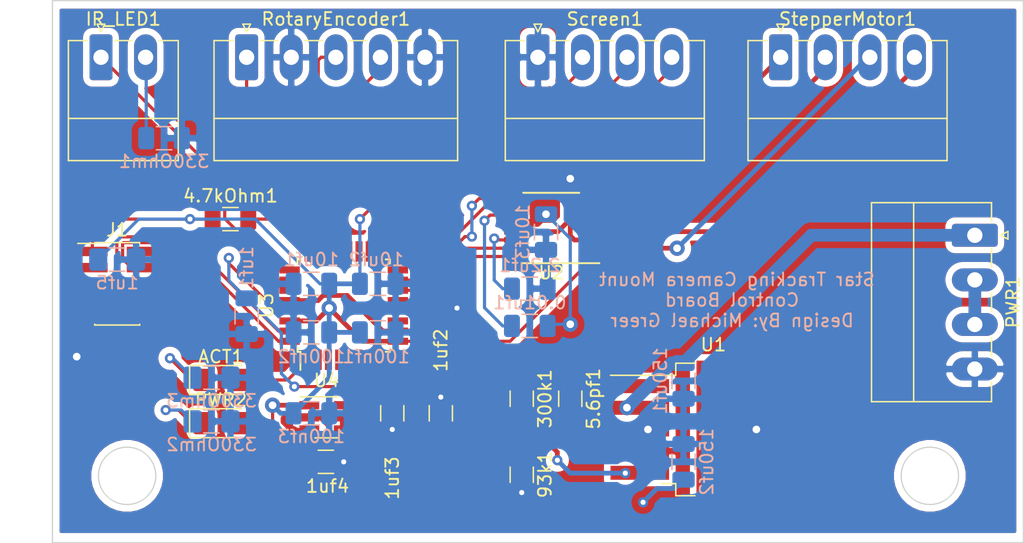
<source format=kicad_pcb>
(kicad_pcb (version 20171130) (host pcbnew 5.1.4-e60b266~84~ubuntu18.04.1)
  (layers (0 F.Cu signal) (31 B.Cu signal) (34 B.Paste user) (35 F.Paste user) (36 B.SilkS user) (37 F.SilkS user) (38 B.Mask user) (39 F.Mask user) (44 Edge.Cuts user))
  (net 0 "")
  (net 1 3V8)
  (net 2 "Net-(0.01uf1-Pad2)")
  (net 3 3V3)
  (net 4 GND)
  (net 5 Vin)
  (net 6 1V8)
  (net 7 "Net-(2.2uf1-Pad2)")
  (net 8 "Net-(330Ohm1-Pad1)")
  (net 9 BTN)
  (net 10 IR_Led)
  (net 11 SWDIO)
  (net 12 SWCLK)
  (net 13 "Net-(J1-Pad6)")
  (net 14 "Net-(J1-Pad7)")
  (net 15 "Net-(J1-Pad8)")
  (net 16 -rst)
  (net 17 "Net-(PWR1-Pad2)")
  (net 18 ROTCH1)
  (net 19 ROTCH2)
  (net 20 SDA)
  (net 21 SCL)
  (net 22 AOUT1)
  (net 23 AOUT2)
  (net 24 BOUT2)
  (net 25 BOUT1)
  (net 26 nFault)
  (net 27 BIN1)
  (net 28 BIN2)
  (net 29 AIN2)
  (net 30 AIN1)
  (net 31 "Net-(U3-Pad2)")
  (net 32 "Net-(U3-Pad3)")
  (net 33 "Net-(U3-Pad4)")
  (net 34 "Net-(U3-Pad5)")
  (net 35 "Net-(U3-Pad6)")
  (net 36 "Net-(U3-Pad7)")
  (net 37 "Net-(U3-Pad8)")
  (net 38 "Net-(U3-Pad11)")
  (net 39 "Net-(U3-Pad16)")
  (net 40 "Net-(U3-Pad19)")
  (net 41 "Net-(U3-Pad20)")
  (net 42 "Net-(U3-Pad21)")
  (net 43 "Net-(U3-Pad27)")
  (net 44 "Net-(330Ohm2-Pad1)")
  (net 45 "Net-(330Ohm3-Pad1)")
  (net 46 ACT)
  (net 47 "Net-(300k1-Pad2)")
  (module Capacitor_SMD:C_1206_3216Metric (layer B.Cu) (at 141.602 78.232 180)
    (fp_text reference 0.01uf1 (at 0 1.82) (layer B.SilkS) (effects (justify mirror)))
    (fp_text value C)
    (pad 1 smd roundrect (at -1.4 0 180) (size 1.25 1.75) (layers B.Cu B.Paste B.Mask) (roundrect_rratio 0.2) (net 1 3V8))
    (pad 2 smd roundrect (at 1.4 0 180) (size 1.25 1.75) (layers B.Cu B.Paste B.Mask) (roundrect_rratio 0.2) (net 2 "Net-(0.01uf1-Pad2)"))
  )
  (module Capacitor_SMD:C_1206_3216Metric (layer B.Cu) (at 129.67 78.74)
    (fp_text reference 100nf1 (at -0.13 1.905) (layer B.SilkS) (effects (justify mirror)))
    (fp_text value C)
    (pad 1 smd roundrect (at -1.4 0) (size 1.25 1.75) (layers B.Cu B.Paste B.Mask) (roundrect_rratio 0.2) (net 3 3V3))
    (pad 2 smd roundrect (at 1.4 0) (size 1.25 1.75) (layers B.Cu B.Paste B.Mask) (roundrect_rratio 0.2) (net 4 GND))
  )
  (module Capacitor_SMD:C_1206_3216Metric (layer B.Cu) (at 124.46 78.74 180)
    (fp_text reference 100nf2 (at 0 -1.905) (layer B.SilkS) (effects (justify mirror)))
    (fp_text value C)
    (pad 2 smd roundrect (at 1.4 0 180) (size 1.25 1.75) (layers B.Cu B.Paste B.Mask) (roundrect_rratio 0.2) (net 4 GND))
    (pad 1 smd roundrect (at -1.4 0 180) (size 1.25 1.75) (layers B.Cu B.Paste B.Mask) (roundrect_rratio 0.2) (net 3 3V3))
  )
  (module Capacitor_SMD:C_1206_3216Metric (layer B.Cu) (at 124.46 85.09)
    (fp_text reference 100nf3 (at 0 1.82) (layer B.SilkS) (effects (justify mirror)))
    (fp_text value C)
    (pad 1 smd roundrect (at -1.4 0) (size 1.25 1.75) (layers B.Cu B.Paste B.Mask) (roundrect_rratio 0.2) (net 3 3V3))
    (pad 2 smd roundrect (at 1.4 0) (size 1.25 1.75) (layers B.Cu B.Paste B.Mask) (roundrect_rratio 0.2) (net 4 GND))
  )
  (module Capacitor_SMD:C_1206_3216Metric (layer B.Cu) (at 124.46 74.93 180)
    (fp_text reference 10uf1 (at 0 1.905) (layer B.SilkS) (effects (justify mirror)))
    (fp_text value C)
    (pad 2 smd roundrect (at 1.4 0 180) (size 1.25 1.75) (layers B.Cu B.Paste B.Mask) (roundrect_rratio 0.2) (net 4 GND))
    (pad 1 smd roundrect (at -1.4 0 180) (size 1.25 1.75) (layers B.Cu B.Paste B.Mask) (roundrect_rratio 0.2) (net 3 3V3))
  )
  (module Capacitor_SMD:C_1206_3216Metric (layer B.Cu) (at 129.67 74.93)
    (fp_text reference 10uf2 (at -0.13 -1.905) (layer B.SilkS) (effects (justify mirror)))
    (fp_text value C)
    (pad 1 smd roundrect (at -1.4 0) (size 1.25 1.75) (layers B.Cu B.Paste B.Mask) (roundrect_rratio 0.2) (net 3 3V3))
    (pad 2 smd roundrect (at 1.4 0) (size 1.25 1.75) (layers B.Cu B.Paste B.Mask) (roundrect_rratio 0.2) (net 4 GND))
  )
  (module Capacitor_SMD:C_1206_3216Metric (layer B.Cu) (at 142.875 70.866 270)
    (fp_text reference 10uf3 (at 0 1.82 90) (layer B.SilkS) (effects (justify mirror)))
    (fp_text value C)
    (pad 1 smd roundrect (at -1.4 0 270) (size 1.25 1.75) (layers B.Cu B.Paste B.Mask) (roundrect_rratio 0.2) (net 1 3V8))
    (pad 2 smd roundrect (at 1.4 0 270) (size 1.25 1.75) (layers B.Cu B.Paste B.Mask) (roundrect_rratio 0.2) (net 4 GND))
  )
  (module Capacitor_SMD:C_1206_3216Metric (layer B.Cu) (at 153.67 82.55 270)
    (fp_text reference 150uf1 (at 0 1.82 90) (layer B.SilkS) (effects (justify mirror)))
    (fp_text value C)
    (pad 2 smd roundrect (at 1.4 0 270) (size 1.25 1.75) (layers B.Cu B.Paste B.Mask) (roundrect_rratio 0.2) (net 4 GND))
    (pad 1 smd roundrect (at -1.4 0 270) (size 1.25 1.75) (layers B.Cu B.Paste B.Mask) (roundrect_rratio 0.2) (net 5 Vin))
  )
  (module Capacitor_SMD:C_1206_3216Metric (layer B.Cu) (at 153.67 88.9 90)
    (fp_text reference 150uf2 (at 0 1.82 90) (layer B.SilkS) (effects (justify mirror)))
    (fp_text value C)
    (pad 1 smd roundrect (at -1.4 0 90) (size 1.25 1.75) (layers B.Cu B.Paste B.Mask) (roundrect_rratio 0.2) (net 1 3V8))
    (pad 2 smd roundrect (at 1.4 0 90) (size 1.25 1.75) (layers B.Cu B.Paste B.Mask) (roundrect_rratio 0.2) (net 4 GND))
  )
  (module Capacitor_SMD:C_1206_3216Metric (layer B.Cu) (at 119.38 77.47 270)
    (fp_text reference 1uf1 (at -3.81 0 270) (layer B.SilkS) (effects (justify mirror)))
    (fp_text value C)
    (pad 2 smd roundrect (at 1.4 0 270) (size 1.25 1.75) (layers B.Cu B.Paste B.Mask) (roundrect_rratio 0.2) (net 4 GND))
    (pad 1 smd roundrect (at -1.4 0 270) (size 1.25 1.75) (layers B.Cu B.Paste B.Mask) (roundrect_rratio 0.2) (net 6 1V8))
  )
  (module Capacitor_SMD:C_1206_3216Metric (layer F.Cu) (at 134.62 85.09 90)
    (fp_text reference 1uf2 (at 4.95 0 90) (layer F.SilkS))
    (fp_text value C)
    (pad 2 smd roundrect (at 1.4 0 90) (size 1.25 1.75) (layers F.Cu F.Paste F.Mask) (roundrect_rratio 0.2) (net 4 GND))
    (pad 1 smd roundrect (at -1.4 0 90) (size 1.25 1.75) (layers F.Cu F.Paste F.Mask) (roundrect_rratio 0.2) (net 1 3V8))
  )
  (module Capacitor_SMD:C_1206_3216Metric (layer F.Cu) (at 130.81 85.09 270)
    (fp_text reference 1uf3 (at 5.08 0 90) (layer F.SilkS))
    (fp_text value C)
    (pad 1 smd roundrect (at -1.4 0 270) (size 1.25 1.75) (layers F.Cu F.Paste F.Mask) (roundrect_rratio 0.2) (net 6 1V8))
    (pad 2 smd roundrect (at 1.4 0 270) (size 1.25 1.75) (layers F.Cu F.Paste F.Mask) (roundrect_rratio 0.2) (net 4 GND))
  )
  (module Capacitor_SMD:C_1206_3216Metric (layer F.Cu) (at 125.6 88.9)
    (fp_text reference 1uf4 (at 0.13 1.905) (layer F.SilkS))
    (fp_text value C)
    (pad 2 smd roundrect (at 1.4 0) (size 1.25 1.75) (layers F.Cu F.Paste F.Mask) (roundrect_rratio 0.2) (net 4 GND))
    (pad 1 smd roundrect (at -1.4 0) (size 1.25 1.75) (layers F.Cu F.Paste F.Mask) (roundrect_rratio 0.2) (net 3 3V3))
  )
  (module Capacitor_SMD:C_1206_3216Metric (layer B.Cu) (at 141.605 75.311 180)
    (fp_text reference 2.2uf1 (at 0 1.82 180) (layer B.SilkS) (effects (justify mirror)))
    (fp_text value C)
    (pad 2 smd roundrect (at 1.4 0 180) (size 1.25 1.75) (layers B.Cu B.Paste B.Mask) (roundrect_rratio 0.2) (net 7 "Net-(2.2uf1-Pad2)"))
    (pad 1 smd roundrect (at -1.4 0 180) (size 1.25 1.75) (layers B.Cu B.Paste B.Mask) (roundrect_rratio 0.2) (net 4 GND))
  )
  (module Resistor_SMD:R_1206_3216Metric (layer F.Cu) (at 140.97 83.947 270)
    (fp_text reference 300k1 (at 0 -1.82 90) (layer F.SilkS))
    (fp_text value R)
    (pad 2 smd roundrect (at 1.4 0 270) (size 1.25 1.75) (layers F.Cu F.Paste F.Mask) (roundrect_rratio 0.2) (net 47 "Net-(300k1-Pad2)"))
    (pad 1 smd roundrect (at -1.4 0 270) (size 1.25 1.75) (layers F.Cu F.Paste F.Mask) (roundrect_rratio 0.2) (net 1 3V8))
  )
  (module Resistor_SMD:R_1206_3216Metric (layer B.Cu) (at 112.9 63.5)
    (fp_text reference 330Ohm1 (at 0 1.82) (layer B.SilkS) (effects (justify mirror)))
    (fp_text value R)
    (pad 1 smd roundrect (at -1.4 0) (size 1.25 1.75) (layers B.Cu B.Paste B.Mask) (roundrect_rratio 0.2) (net 8 "Net-(330Ohm1-Pad1)"))
    (pad 2 smd roundrect (at 1.4 0) (size 1.25 1.75) (layers B.Cu B.Paste B.Mask) (roundrect_rratio 0.2) (net 4 GND))
  )
  (module Resistor_SMD:R_1206_3216Metric (layer F.Cu) (at 118.11 69.85)
    (fp_text reference 4.7kOhm1 (at 0 -1.82) (layer F.SilkS))
    (fp_text value R)
    (pad 2 smd roundrect (at 1.4 0) (size 1.25 1.75) (layers F.Cu F.Paste F.Mask) (roundrect_rratio 0.2) (net 9 BTN))
    (pad 1 smd roundrect (at -1.4 0) (size 1.25 1.75) (layers F.Cu F.Paste F.Mask) (roundrect_rratio 0.2) (net 3 3V3))
  )
  (module Capacitor_SMD:C_1206_3216Metric (layer F.Cu) (at 144.78 83.95 270)
    (fp_text reference 5.6pf1 (at 0 -1.82 90) (layer F.SilkS))
    (fp_text value C)
    (pad 1 smd roundrect (at -1.4 0 270) (size 1.25 1.75) (layers F.Cu F.Paste F.Mask) (roundrect_rratio 0.2) (net 1 3V8))
    (pad 2 smd roundrect (at 1.4 0 270) (size 1.25 1.75) (layers F.Cu F.Paste F.Mask) (roundrect_rratio 0.2) (net 47 "Net-(300k1-Pad2)"))
  )
  (module Resistor_SMD:R_1206_3216Metric (layer F.Cu) (at 140.97 89.913 270)
    (fp_text reference 93k1 (at 0 -1.82 90) (layer F.SilkS))
    (fp_text value R)
    (pad 1 smd roundrect (at -1.4 0 270) (size 1.25 1.75) (layers F.Cu F.Paste F.Mask) (roundrect_rratio 0.2) (net 47 "Net-(300k1-Pad2)"))
    (pad 2 smd roundrect (at 1.4 0 270) (size 1.25 1.75) (layers F.Cu F.Paste F.Mask) (roundrect_rratio 0.2) (net 4 GND))
  )
  (module Connector_Phoenix_MC:PhoenixContact_MC_1,5_2-G-3.5_1x02_P3.50mm_Horizontal (layer F.Cu) (at 107.95 57.15)
    (fp_text reference IR_LED1 (at 1.75 -3) (layer F.SilkS))
    (fp_text value Screw_Terminal_01x02)
    (pad 1 thru_hole roundrect (at 0 0) (size 1.8 3.6) (drill 1.2) (layers *.Cu *.Mask) (roundrect_rratio 0.138889) (net 10 IR_Led))
    (pad 2 thru_hole oval (at 3.5 0) (size 1.8 3.6) (drill 1.2) (layers *.Cu *.Mask) (net 8 "Net-(330Ohm1-Pad1)"))
  )
  (module Connector_PinHeader_1.27mm:PinHeader_2x05_P1.27mm_Vertical_SMD (layer F.Cu) (at 109.22 74.93)
    (fp_text reference J1 (at 0 -4.235) (layer F.SilkS))
    (fp_text value Conn_ARM_JTAG_SWD_10)
    (pad 1 smd rect (at -1.95 -2.54) (size 2.4 0.74) (layers F.Cu F.Paste F.Mask) (net 3 3V3))
    (pad 2 smd rect (at 1.95 -2.54) (size 2.4 0.74) (layers F.Cu F.Paste F.Mask) (net 11 SWDIO))
    (pad 3 smd rect (at -1.95 -1.27) (size 2.4 0.74) (layers F.Cu F.Paste F.Mask) (net 4 GND))
    (pad 4 smd rect (at 1.95 -1.27) (size 2.4 0.74) (layers F.Cu F.Paste F.Mask) (net 12 SWCLK))
    (pad 5 smd rect (at -1.95 0) (size 2.4 0.74) (layers F.Cu F.Paste F.Mask) (net 4 GND))
    (pad 6 smd rect (at 1.95 0) (size 2.4 0.74) (layers F.Cu F.Paste F.Mask) (net 13 "Net-(J1-Pad6)"))
    (pad 7 smd rect (at -1.95 1.27) (size 2.4 0.74) (layers F.Cu F.Paste F.Mask) (net 14 "Net-(J1-Pad7)"))
    (pad 8 smd rect (at 1.95 1.27) (size 2.4 0.74) (layers F.Cu F.Paste F.Mask) (net 15 "Net-(J1-Pad8)"))
    (pad 9 smd rect (at -1.95 2.54) (size 2.4 0.74) (layers F.Cu F.Paste F.Mask) (net 4 GND))
    (pad 10 smd rect (at 1.95 2.54) (size 2.4 0.74) (layers F.Cu F.Paste F.Mask) (net 16 -rst))
  )
  (module Connector_Phoenix_MC:PhoenixContact_MC_1,5_4-G-3.5_1x04_P3.50mm_Horizontal (layer F.Cu) (at 176.53 71.12 270)
    (fp_text reference PWR1 (at 5.25 -3 90) (layer F.SilkS))
    (fp_text value Screw_Terminal_01x04)
    (pad 1 thru_hole roundrect (at 0 0 270) (size 1.8 3.6) (drill 1.2) (layers *.Cu *.Mask) (roundrect_rratio 0.138889) (net 5 Vin))
    (pad 2 thru_hole oval (at 3.5 0 270) (size 1.8 3.6) (drill 1.2) (layers *.Cu *.Mask) (net 17 "Net-(PWR1-Pad2)"))
    (pad 3 thru_hole oval (at 7 0 270) (size 1.8 3.6) (drill 1.2) (layers *.Cu *.Mask) (net 17 "Net-(PWR1-Pad2)"))
    (pad 4 thru_hole oval (at 10.5 0 270) (size 1.8 3.6) (drill 1.2) (layers *.Cu *.Mask) (net 4 GND))
  )
  (module Connector_Phoenix_MC:PhoenixContact_MC_1,5_5-G-3.5_1x05_P3.50mm_Horizontal (layer F.Cu) (at 119.38 57.15)
    (fp_text reference RotaryEncoder1 (at 7 -3) (layer F.SilkS))
    (fp_text value Screw_Terminal_01x05)
    (pad 1 thru_hole roundrect (at 0 0) (size 1.8 3.6) (drill 1.2) (layers *.Cu *.Mask) (roundrect_rratio 0.138889) (net 9 BTN))
    (pad 2 thru_hole oval (at 3.5 0) (size 1.8 3.6) (drill 1.2) (layers *.Cu *.Mask) (net 4 GND))
    (pad 3 thru_hole oval (at 7 0) (size 1.8 3.6) (drill 1.2) (layers *.Cu *.Mask) (net 18 ROTCH1))
    (pad 4 thru_hole oval (at 10.5 0) (size 1.8 3.6) (drill 1.2) (layers *.Cu *.Mask) (net 19 ROTCH2))
    (pad 5 thru_hole oval (at 14 0) (size 1.8 3.6) (drill 1.2) (layers *.Cu *.Mask) (net 4 GND))
  )
  (module Connector_Phoenix_MC:PhoenixContact_MC_1,5_4-G-3.5_1x04_P3.50mm_Horizontal (layer F.Cu) (at 142.24 57.15)
    (fp_text reference Screen1 (at 5.25 -3) (layer F.SilkS))
    (fp_text value Screw_Terminal_01x04)
    (pad 4 thru_hole oval (at 10.5 0) (size 1.8 3.6) (drill 1.2) (layers *.Cu *.Mask) (net 20 SDA))
    (pad 3 thru_hole oval (at 7 0) (size 1.8 3.6) (drill 1.2) (layers *.Cu *.Mask) (net 21 SCL))
    (pad 2 thru_hole oval (at 3.5 0) (size 1.8 3.6) (drill 1.2) (layers *.Cu *.Mask) (net 3 3V3))
    (pad 1 thru_hole roundrect (at 0 0) (size 1.8 3.6) (drill 1.2) (layers *.Cu *.Mask) (roundrect_rratio 0.138889) (net 4 GND))
  )
  (module Connector_Phoenix_MC:PhoenixContact_MC_1,5_4-G-3.5_1x04_P3.50mm_Horizontal (layer F.Cu) (at 161.29 57.15)
    (fp_text reference StepperMotor1 (at 5.25 -3) (layer F.SilkS))
    (fp_text value Screw_Terminal_01x04)
    (pad 1 thru_hole roundrect (at 0 0) (size 1.8 3.6) (drill 1.2) (layers *.Cu *.Mask) (roundrect_rratio 0.138889) (net 25 BOUT1))
    (pad 2 thru_hole oval (at 3.5 0) (size 1.8 3.6) (drill 1.2) (layers *.Cu *.Mask) (net 24 BOUT2))
    (pad 3 thru_hole oval (at 7 0) (size 1.8 3.6) (drill 1.2) (layers *.Cu *.Mask) (net 22 AOUT1))
    (pad 4 thru_hole oval (at 10.5 0) (size 1.8 3.6) (drill 1.2) (layers *.Cu *.Mask) (net 23 AOUT2))
  )
  (module Package_SO:TSSOP-16_4.4x5mm_P0.65mm (layer F.Cu) (at 143.285 70.511 180)
    (fp_text reference U2 (at 0 -3.55) (layer F.SilkS))
    (fp_text value DRV8833PW)
    (pad 1 smd rect (at -2.95 -2.275 180) (size 1.5 0.45) (layers F.Cu F.Paste F.Mask) (net 3 3V3))
    (pad 2 smd rect (at -2.95 -1.625 180) (size 1.5 0.45) (layers F.Cu F.Paste F.Mask) (net 22 AOUT1))
    (pad 3 smd rect (at -2.95 -0.975 180) (size 1.5 0.45) (layers F.Cu F.Paste F.Mask) (net 4 GND))
    (pad 4 smd rect (at -2.95 -0.325 180) (size 1.5 0.45) (layers F.Cu F.Paste F.Mask) (net 23 AOUT2))
    (pad 5 smd rect (at -2.95 0.325 180) (size 1.5 0.45) (layers F.Cu F.Paste F.Mask) (net 24 BOUT2))
    (pad 6 smd rect (at -2.95 0.975 180) (size 1.5 0.45) (layers F.Cu F.Paste F.Mask) (net 4 GND))
    (pad 7 smd rect (at -2.95 1.625 180) (size 1.5 0.45) (layers F.Cu F.Paste F.Mask) (net 25 BOUT1))
    (pad 8 smd rect (at -2.95 2.275 180) (size 1.5 0.45) (layers F.Cu F.Paste F.Mask) (net 26 nFault))
    (pad 9 smd rect (at 2.95 2.275 180) (size 1.5 0.45) (layers F.Cu F.Paste F.Mask) (net 27 BIN1))
    (pad 10 smd rect (at 2.95 1.625 180) (size 1.5 0.45) (layers F.Cu F.Paste F.Mask) (net 28 BIN2))
    (pad 11 smd rect (at 2.95 0.975 180) (size 1.5 0.45) (layers F.Cu F.Paste F.Mask) (net 2 "Net-(0.01uf1-Pad2)"))
    (pad 12 smd rect (at 2.95 0.325 180) (size 1.5 0.45) (layers F.Cu F.Paste F.Mask) (net 1 3V8))
    (pad 13 smd rect (at 2.95 -0.325 180) (size 1.5 0.45) (layers F.Cu F.Paste F.Mask) (net 4 GND))
    (pad 14 smd rect (at 2.95 -0.975 180) (size 1.5 0.45) (layers F.Cu F.Paste F.Mask) (net 7 "Net-(2.2uf1-Pad2)"))
    (pad 15 smd rect (at 2.95 -1.625 180) (size 1.5 0.45) (layers F.Cu F.Paste F.Mask) (net 29 AIN2))
    (pad 16 smd rect (at 2.95 -2.275 180) (size 1.5 0.45) (layers F.Cu F.Paste F.Mask) (net 30 AIN1))
  )
  (module Package_QFP:TQFP-32_7x7mm_P0.8mm (layer F.Cu) (at 127 76.64 90)
    (fp_text reference U3 (at 0 -6.05 90) (layer F.SilkS))
    (fp_text value ATSAMD21E18A-AU)
    (pad 1 smd rect (at -4.25 -2.8 90) (size 1.6 0.55) (layers F.Cu F.Paste F.Mask) (net 46 ACT))
    (pad 2 smd rect (at -4.25 -2 90) (size 1.6 0.55) (layers F.Cu F.Paste F.Mask) (net 31 "Net-(U3-Pad2)"))
    (pad 3 smd rect (at -4.25 -1.2 90) (size 1.6 0.55) (layers F.Cu F.Paste F.Mask) (net 32 "Net-(U3-Pad3)"))
    (pad 4 smd rect (at -4.25 -0.4 90) (size 1.6 0.55) (layers F.Cu F.Paste F.Mask) (net 33 "Net-(U3-Pad4)"))
    (pad 5 smd rect (at -4.25 0.4 90) (size 1.6 0.55) (layers F.Cu F.Paste F.Mask) (net 34 "Net-(U3-Pad5)"))
    (pad 6 smd rect (at -4.25 1.2 90) (size 1.6 0.55) (layers F.Cu F.Paste F.Mask) (net 35 "Net-(U3-Pad6)"))
    (pad 7 smd rect (at -4.25 2 90) (size 1.6 0.55) (layers F.Cu F.Paste F.Mask) (net 36 "Net-(U3-Pad7)"))
    (pad 8 smd rect (at -4.25 2.8 90) (size 1.6 0.55) (layers F.Cu F.Paste F.Mask) (net 37 "Net-(U3-Pad8)"))
    (pad 9 smd rect (at -2.8 4.25 180) (size 1.6 0.55) (layers F.Cu F.Paste F.Mask) (net 3 3V3))
    (pad 10 smd rect (at -2 4.25 180) (size 1.6 0.55) (layers F.Cu F.Paste F.Mask) (net 4 GND))
    (pad 11 smd rect (at -1.2 4.25 180) (size 1.6 0.55) (layers F.Cu F.Paste F.Mask) (net 38 "Net-(U3-Pad11)"))
    (pad 12 smd rect (at -0.4 4.25 180) (size 1.6 0.55) (layers F.Cu F.Paste F.Mask) (net 30 AIN1))
    (pad 13 smd rect (at 0.4 4.25 180) (size 1.6 0.55) (layers F.Cu F.Paste F.Mask) (net 29 AIN2))
    (pad 14 smd rect (at 1.2 4.25 180) (size 1.6 0.55) (layers F.Cu F.Paste F.Mask) (net 27 BIN1))
    (pad 15 smd rect (at 2 4.25 180) (size 1.6 0.55) (layers F.Cu F.Paste F.Mask) (net 28 BIN2))
    (pad 16 smd rect (at 2.8 4.25 180) (size 1.6 0.55) (layers F.Cu F.Paste F.Mask) (net 39 "Net-(U3-Pad16)"))
    (pad 17 smd rect (at 4.25 2.8 90) (size 1.6 0.55) (layers F.Cu F.Paste F.Mask) (net 20 SDA))
    (pad 18 smd rect (at 4.25 2 90) (size 1.6 0.55) (layers F.Cu F.Paste F.Mask) (net 21 SCL))
    (pad 19 smd rect (at 4.25 1.2 90) (size 1.6 0.55) (layers F.Cu F.Paste F.Mask) (net 40 "Net-(U3-Pad19)"))
    (pad 20 smd rect (at 4.25 0.4 90) (size 1.6 0.55) (layers F.Cu F.Paste F.Mask) (net 41 "Net-(U3-Pad20)"))
    (pad 21 smd rect (at 4.25 -0.4 90) (size 1.6 0.55) (layers F.Cu F.Paste F.Mask) (net 42 "Net-(U3-Pad21)"))
    (pad 22 smd rect (at 4.25 -1.2 90) (size 1.6 0.55) (layers F.Cu F.Paste F.Mask) (net 19 ROTCH2))
    (pad 23 smd rect (at 4.25 -2 90) (size 1.6 0.55) (layers F.Cu F.Paste F.Mask) (net 18 ROTCH1))
    (pad 24 smd rect (at 4.25 -2.8 90) (size 1.6 0.55) (layers F.Cu F.Paste F.Mask) (net 9 BTN))
    (pad 25 smd rect (at 2.8 -4.25 180) (size 1.6 0.55) (layers F.Cu F.Paste F.Mask) (net 10 IR_Led))
    (pad 26 smd rect (at 2 -4.25 180) (size 1.6 0.55) (layers F.Cu F.Paste F.Mask) (net 16 -rst))
    (pad 27 smd rect (at 1.2 -4.25 180) (size 1.6 0.55) (layers F.Cu F.Paste F.Mask) (net 43 "Net-(U3-Pad27)"))
    (pad 28 smd rect (at 0.4 -4.25 180) (size 1.6 0.55) (layers F.Cu F.Paste F.Mask) (net 4 GND))
    (pad 29 smd rect (at -0.4 -4.25 180) (size 1.6 0.55) (layers F.Cu F.Paste F.Mask) (net 6 1V8))
    (pad 30 smd rect (at -1.2 -4.25 180) (size 1.6 0.55) (layers F.Cu F.Paste F.Mask) (net 3 3V3))
    (pad 31 smd rect (at -2 -4.25 180) (size 1.6 0.55) (layers F.Cu F.Paste F.Mask) (net 12 SWCLK))
    (pad 32 smd rect (at -2.8 -4.25 180) (size 1.6 0.55) (layers F.Cu F.Paste F.Mask) (net 11 SWDIO))
  )
  (module Package_TO_SOT_SMD:SOT-23-6_Handsoldering (layer F.Cu) (at 125.65 85.41)
    (fp_text reference U4 (at 0 -2.9) (layer F.SilkS))
    (fp_text value AP7312-1833W6-7)
    (pad 1 smd rect (at -1.35 -0.95) (size 1.56 0.65) (layers F.Cu F.Paste F.Mask) (net 3 3V3))
    (pad 2 smd rect (at -1.35 0) (size 1.56 0.65) (layers F.Cu F.Paste F.Mask) (net 4 GND))
    (pad 3 smd rect (at -1.35 0.95) (size 1.56 0.65) (layers F.Cu F.Paste F.Mask) (net 1 3V8))
    (pad 4 smd rect (at 1.35 0.95) (size 1.56 0.65) (layers F.Cu F.Paste F.Mask) (net 1 3V8))
    (pad 6 smd rect (at 1.35 -0.95) (size 1.56 0.65) (layers F.Cu F.Paste F.Mask) (net 6 1V8))
    (pad 5 smd rect (at 1.35 0) (size 1.56 0.65) (layers F.Cu F.Paste F.Mask) (net 1 3V8))
  )
  (module Resistor_SMD:R_1206_3216Metric_Pad1.42x1.75mm_HandSolder (layer B.Cu) (at 116.6225 85.725)
    (fp_text reference 330Ohm2 (at 0 1.82) (layer B.SilkS) (effects (justify mirror)))
    (fp_text value R)
    (pad 2 smd roundrect (at 1.4875 0) (size 1.425 1.75) (layers B.Cu B.Paste B.Mask) (roundrect_rratio 0.175439) (net 4 GND))
    (pad 1 smd roundrect (at -1.4875 0) (size 1.425 1.75) (layers B.Cu B.Paste B.Mask) (roundrect_rratio 0.175439) (net 44 "Net-(330Ohm2-Pad1)"))
  )
  (module Resistor_SMD:R_1206_3216Metric_Pad1.42x1.75mm_HandSolder (layer B.Cu) (at 116.6225 82.296)
    (fp_text reference 330Ohm3 (at 0 1.82) (layer B.SilkS) (effects (justify mirror)))
    (fp_text value R)
    (pad 1 smd roundrect (at -1.4875 0) (size 1.425 1.75) (layers B.Cu B.Paste B.Mask) (roundrect_rratio 0.175439) (net 45 "Net-(330Ohm3-Pad1)"))
    (pad 2 smd roundrect (at 1.4875 0) (size 1.425 1.75) (layers B.Cu B.Paste B.Mask) (roundrect_rratio 0.175439) (net 4 GND))
  )
  (module Diode_SMD:D_1206_3216Metric_Pad1.42x1.75mm_HandSolder (layer F.Cu) (at 117.365001 82.475001)
    (fp_text reference ACT1 (at 0 -1.82) (layer F.SilkS))
    (fp_text value LED)
    (pad 2 smd roundrect (at 1.4875 0) (size 1.425 1.75) (layers F.Cu F.Paste F.Mask) (roundrect_rratio 0.175439) (net 46 ACT))
    (pad 1 smd roundrect (at -1.4875 0) (size 1.425 1.75) (layers F.Cu F.Paste F.Mask) (roundrect_rratio 0.175439) (net 45 "Net-(330Ohm3-Pad1)"))
  )
  (module Diode_SMD:D_1206_3216Metric_Pad1.42x1.75mm_HandSolder (layer F.Cu) (at 117.365001 85.865001)
    (fp_text reference PWR2 (at 0 -1.82) (layer F.SilkS))
    (fp_text value LED)
    (pad 1 smd roundrect (at -1.4875 0) (size 1.425 1.75) (layers F.Cu F.Paste F.Mask) (roundrect_rratio 0.175439) (net 44 "Net-(330Ohm2-Pad1)"))
    (pad 2 smd roundrect (at 1.4875 0) (size 1.425 1.75) (layers F.Cu F.Paste F.Mask) (roundrect_rratio 0.175439) (net 3 3V3))
  )
  (module Package_TO_SOT_SMD:TO-263-5_TabPin6 (layer F.Cu) (at 156.01 86.36)
    (fp_text reference U1 (at 0 -6.65) (layer F.SilkS))
    (fp_text value NCV565D2TG-ND)
    (pad 1 smd rect (at -5.775 -3.4) (size 4.6 1.1) (layers F.Cu F.Paste F.Mask))
    (pad 2 smd rect (at -5.775 -1.7) (size 4.6 1.1) (layers F.Cu F.Paste F.Mask) (net 5 Vin))
    (pad 3 smd rect (at -5.775 0) (size 4.6 1.1) (layers F.Cu F.Paste F.Mask) (net 4 GND))
    (pad 4 smd rect (at -5.775 1.7) (size 4.6 1.1) (layers F.Cu F.Paste F.Mask) (net 1 3V8))
    (pad 5 smd rect (at -5.775 3.4) (size 4.6 1.1) (layers F.Cu F.Paste F.Mask) (net 47 "Net-(300k1-Pad2)"))
    (pad 6 smd rect (at 3.375 0) (size 9.4 10.8) (layers F.Cu F.Mask) (net 4 GND))
  )
  (module Capacitor_SMD:C_1206_3216Metric_Pad1.42x1.75mm_HandSolder (layer B.Cu) (at 109.22 73.025)
    (fp_text reference 1uf5 (at 0 1.82) (layer B.SilkS) (effects (justify mirror)))
    (fp_text value C)
    (pad 1 smd roundrect (at -1.4875 0) (size 1.425 1.75) (layers B.Cu B.Paste B.Mask) (roundrect_rratio 0.175439) (net 3 3V3))
    (pad 2 smd roundrect (at 1.4875 0) (size 1.425 1.75) (layers B.Cu B.Paste B.Mask) (roundrect_rratio 0.175439) (net 4 GND))
  )
  (gr_text "Star Tracking Camera Mount \nControl Board\nDesign By: Michael Greer" (at 157.48 76.2) (layer B.SilkS) (effects (font (size 1 1)) (justify mirror)))
  (gr_circle (center 110 90) (end 112.25 90) (layer Edge.Cuts) (width 0.1))
  (gr_circle (center 173 90) (end 175.25 90) (layer Edge.Cuts) (width 0.1))
  (gr_line (start 104.14 95.25) (end 104.14 52.705) (layer Edge.Cuts) (width 0.1))
  (gr_line (start 180.34 95.25) (end 104.14 95.25) (layer Edge.Cuts) (width 0.1))
  (gr_line (start 180.34 52.705) (end 180.34 95.25) (layer Edge.Cuts) (width 0.1))
  (gr_line (start 104.14 52.705) (end 180.34 52.705) (layer Edge.Cuts) (width 0.1))
  (via (at 144.78 78.105) (size 1.2) (drill 0.6) (layers F.Cu B.Cu) (net 1))
  (segment (start 144.774 82.544) (end 144.78 82.55) (width 0.375) (layer F.Cu) (net 1))
  (segment (start 142.8735 69.4675) (end 142.875 69.466) (width 0.375) (layer B.Cu) (net 1))
  (via (at 142.8735 69.4675) (size 1.2) (drill 0.6) (layers F.Cu B.Cu) (net 1))
  (segment (start 134.62 86.49) (end 134.62 87.215) (width 0.25) (layer F.Cu) (net 1))
  (segment (start 152.97429 90.99571) (end 151.57429 90.99571) (width 0.375) (layer B.Cu) (net 1))
  (segment (start 153.67 90.3) (end 152.97429 90.99571) (width 0.375) (layer B.Cu) (net 1))
  (segment (start 151.57429 90.99571) (end 150.495 92.075) (width 0.375) (layer B.Cu) (net 1))
  (segment (start 150.495 92.075) (end 150.495 92.075) (width 0.375) (layer B.Cu) (net 1))
  (via (at 150.495 92.075) (size 0.8) (drill 0.4) (layers F.Cu B.Cu) (net 1))
  (segment (start 144.653 78.232) (end 144.78 78.105) (width 0.6) (layer B.Cu) (net 1))
  (segment (start 143.129 78.105) (end 143.002 78.232) (width 0.25) (layer B.Cu) (net 1))
  (segment (start 144.78 78.105) (end 143.129 78.105) (width 0.25) (layer B.Cu) (net 1))
  (segment (start 143.57071 70.16171) (end 142.875 69.466) (width 0.25) (layer B.Cu) (net 1))
  (segment (start 144.78 71.371) (end 143.57071 70.16171) (width 0.25) (layer B.Cu) (net 1))
  (segment (start 144.78 78.105) (end 144.78 71.371) (width 0.25) (layer B.Cu) (net 1))
  (segment (start 142.155 70.186) (end 140.335 70.186) (width 0.375) (layer F.Cu) (net 1))
  (segment (start 142.8735 69.4675) (end 142.155 70.186) (width 0.375) (layer F.Cu) (net 1))
  (segment (start 142.19251 70.14849) (end 141.585001 70.14849) (width 0.6) (layer F.Cu) (net 1))
  (segment (start 142.8735 69.4675) (end 142.19251 70.14849) (width 0.6) (layer F.Cu) (net 1))
  (segment (start 142.8735 69.4675) (end 142.8735 67.3115) (width 0.6) (layer F.Cu) (net 1))
  (segment (start 127 85.41) (end 127 86.36) (width 0.6) (layer F.Cu) (net 1))
  (segment (start 128.155 87.06) (end 127.455 86.36) (width 0.375) (layer F.Cu) (net 1))
  (segment (start 127.455 86.36) (end 127 86.36) (width 0.375) (layer F.Cu) (net 1))
  (segment (start 128.155 89.646578) (end 128.155 87.06) (width 0.375) (layer F.Cu) (net 1))
  (segment (start 127.639068 90.16251) (end 128.155 89.646578) (width 0.375) (layer F.Cu) (net 1))
  (segment (start 126.360932 90.16251) (end 127.639068 90.16251) (width 0.375) (layer F.Cu) (net 1))
  (segment (start 125.98749 88.74749) (end 125.98749 89.789068) (width 0.375) (layer F.Cu) (net 1))
  (segment (start 124.3 87.06) (end 125.98749 88.74749) (width 0.375) (layer F.Cu) (net 1))
  (segment (start 125.98749 89.789068) (end 126.360932 90.16251) (width 0.375) (layer F.Cu) (net 1))
  (segment (start 124.3 86.36) (end 124.3 87.06) (width 0.375) (layer F.Cu) (net 1))
  (segment (start 140.973 82.55) (end 140.97 82.547) (width 0.375) (layer F.Cu) (net 1))
  (segment (start 144.78 82.55) (end 140.973 82.55) (width 0.375) (layer F.Cu) (net 1))
  (segment (start 140.335 69.536) (end 138.49 69.536) (width 0.25) (layer F.Cu) (net 2))
  (segment (start 138.49 69.536) (end 138.049 69.977) (width 0.25) (layer F.Cu) (net 2))
  (segment (start 138.049 69.977) (end 138.049 69.977) (width 0.25) (layer F.Cu) (net 2))
  (via (at 138.049 69.977) (size 0.8) (drill 0.4) (layers F.Cu B.Cu) (net 2))
  (segment (start 138.049 70.542685) (end 138.049 69.977) (width 0.25) (layer B.Cu) (net 2))
  (segment (start 138.049 76.804) (end 138.049 70.542685) (width 0.25) (layer B.Cu) (net 2))
  (segment (start 139.477 78.232) (end 138.049 76.804) (width 0.25) (layer B.Cu) (net 2))
  (segment (start 140.202 78.232) (end 139.477 78.232) (width 0.25) (layer B.Cu) (net 2))
  (segment (start 123.145 84.46) (end 123.14 84.455) (width 0.375) (layer F.Cu) (net 3))
  (segment (start 124.3 84.46) (end 123.145 84.46) (width 0.375) (layer F.Cu) (net 3))
  (segment (start 123.145 84.46) (end 121.417 84.46) (width 0.375) (layer F.Cu) (net 3))
  (segment (start 121.417 84.46) (end 121.417 84.46) (width 0.375) (layer F.Cu) (net 3))
  (via (at 121.417 84.46) (size 1.2) (drill 0.6) (layers F.Cu B.Cu) (net 3))
  (segment (start 122.047 85.09) (end 121.417 84.46) (width 0.375) (layer B.Cu) (net 3))
  (segment (start 123.06 85.09) (end 122.047 85.09) (width 0.375) (layer B.Cu) (net 3))
  (segment (start 125.86 82.29) (end 125.86 78.74) (width 0.375) (layer B.Cu) (net 3))
  (segment (start 123.06 85.09) (end 125.86 82.29) (width 0.375) (layer B.Cu) (net 3))
  (segment (start 125.86 78.74) (end 128.27 78.74) (width 0.375) (layer B.Cu) (net 3))
  (segment (start 128.27 74.93) (end 125.86 74.93) (width 0.375) (layer B.Cu) (net 3))
  (segment (start 125.86 75.905) (end 125.86 76.832) (width 0.375) (layer B.Cu) (net 3))
  (segment (start 125.86 74.93) (end 125.86 75.905) (width 0.375) (layer B.Cu) (net 3))
  (segment (start 125.86 76.832) (end 125.86 78.74) (width 0.375) (layer B.Cu) (net 3))
  (via (at 125.86 76.832) (size 1.2) (drill 0.6) (layers F.Cu B.Cu) (net 3))
  (segment (start 124.852 77.84) (end 125.86 76.832) (width 0.375) (layer F.Cu) (net 3))
  (segment (start 122.75 77.84) (end 124.852 77.84) (width 0.375) (layer F.Cu) (net 3))
  (segment (start 128.468 79.44) (end 125.86 76.832) (width 0.375) (layer F.Cu) (net 3))
  (segment (start 131.25 79.44) (end 128.468 79.44) (width 0.375) (layer F.Cu) (net 3))
  (segment (start 146.235 73.261) (end 146.235 72.786) (width 0.25) (layer F.Cu) (net 3))
  (segment (start 140.056 79.44) (end 146.235 73.261) (width 0.25) (layer F.Cu) (net 3))
  (segment (start 131.25 79.44) (end 140.056 79.44) (width 0.25) (layer F.Cu) (net 3))
  (segment (start 125.135 74.93) (end 120.055 69.85) (width 0.25) (layer B.Cu) (net 3))
  (segment (start 125.86 74.93) (end 125.135 74.93) (width 0.25) (layer B.Cu) (net 3))
  (segment (start 120.055 69.85) (end 114.935 69.85) (width 0.25) (layer B.Cu) (net 3))
  (segment (start 114.935 69.85) (end 114.935 69.85) (width 0.25) (layer B.Cu) (net 3))
  (via (at 114.935 69.85) (size 0.8) (drill 0.4) (layers F.Cu B.Cu) (net 3))
  (segment (start 114.935 69.85) (end 116.71 69.85) (width 0.25) (layer F.Cu) (net 3))
  (segment (start 107.27 71.77) (end 107.27 72.39) (width 0.25) (layer F.Cu) (net 3))
  (segment (start 109.19 69.85) (end 107.27 71.77) (width 0.25) (layer F.Cu) (net 3))
  (segment (start 114.935 69.85) (end 109.19 69.85) (width 0.25) (layer F.Cu) (net 3))
  (segment (start 124.2 88.9) (end 121.417 86.117) (width 0.25) (layer F.Cu) (net 3))
  (segment (start 141.37501 62.41499) (end 135.70501 62.41499) (width 0.25) (layer F.Cu) (net 3))
  (segment (start 145.74 57.15) (end 145.74 58.05) (width 0.25) (layer F.Cu) (net 3))
  (segment (start 145.74 58.05) (end 141.37501 62.41499) (width 0.25) (layer F.Cu) (net 3))
  (segment (start 135.70501 62.41499) (end 128.27 69.85) (width 0.25) (layer F.Cu) (net 3))
  (segment (start 128.27 69.85) (end 128.27 69.85) (width 0.25) (layer F.Cu) (net 3))
  (via (at 128.27 69.85) (size 0.8) (drill 0.4) (layers F.Cu B.Cu) (net 3))
  (segment (start 128.27 74.93) (end 128.27 69.85) (width 0.25) (layer B.Cu) (net 3))
  (segment (start 121.408999 85.865001) (end 121.417 85.857) (width 0.25) (layer F.Cu) (net 3))
  (segment (start 121.417 86.117) (end 121.417 85.857) (width 0.25) (layer F.Cu) (net 3))
  (segment (start 121.417 85.857) (end 121.417 84.46) (width 0.25) (layer F.Cu) (net 3))
  (segment (start 121.171001 85.871001) (end 121.417 86.117) (width 0.25) (layer F.Cu) (net 3))
  (segment (start 121.171001 85.865001) (end 121.171001 85.871001) (width 0.25) (layer F.Cu) (net 3))
  (segment (start 121.171001 85.865001) (end 121.408999 85.865001) (width 0.25) (layer F.Cu) (net 3))
  (segment (start 110.9075 69.85) (end 114.935 69.85) (width 0.25) (layer B.Cu) (net 3))
  (segment (start 107.7325 73.025) (end 110.9075 69.85) (width 0.25) (layer B.Cu) (net 3))
  (segment (start 121.171001 85.865001) (end 118.852501 85.865001) (width 0.25) (layer F.Cu) (net 3))
  (via (at 159.385 86.36) (size 1.2) (drill 0.6) (layers F.Cu B.Cu) (net 4))
  (via (at 127 88.9) (size 0.8) (drill 0.4) (layers F.Cu B.Cu) (net 4))
  (via (at 130.81 86.36) (size 0.8) (drill 0.4) (layers F.Cu B.Cu) (net 4))
  (via (at 134.62 83.82) (size 0.8) (drill 0.4) (layers F.Cu B.Cu) (net 4))
  (segment (start 122.93 78.87) (end 123.06 78.74) (width 0.25) (layer B.Cu) (net 4))
  (segment (start 119.38 78.87) (end 119.38 78.87) (width 0.25) (layer B.Cu) (net 4))
  (segment (start 106.44 77.47) (end 107.27 77.47) (width 0.25) (layer F.Cu) (net 4))
  (segment (start 142.875 75.181) (end 143.005 75.311) (width 0.25) (layer B.Cu) (net 4))
  (segment (start 133.38 58.05) (end 133.38 57.15) (width 0.375) (layer B.Cu) (net 4))
  (segment (start 122.88 57.15) (end 122.88 58.05) (width 0.375) (layer B.Cu) (net 4))
  (via (at 150.876 86.36) (size 1.2) (drill 0.6) (layers F.Cu B.Cu) (net 4))
  (segment (start 145.11 71.486) (end 144.78 71.156) (width 0.375) (layer F.Cu) (net 4))
  (segment (start 146.235 71.486) (end 145.11 71.486) (width 0.375) (layer F.Cu) (net 4))
  (segment (start 145.11 69.536) (end 146.235 69.536) (width 0.375) (layer F.Cu) (net 4))
  (segment (start 144.78 69.866) (end 145.11 69.536) (width 0.375) (layer F.Cu) (net 4))
  (segment (start 144.78 71.156) (end 144.78 69.866) (width 0.375) (layer F.Cu) (net 4))
  (segment (start 144.78 69.866) (end 144.78 66.675) (width 0.6) (layer F.Cu) (net 4))
  (segment (start 144.78 66.675) (end 144.78 66.675) (width 0.6) (layer F.Cu) (net 4))
  (via (at 144.78 66.675) (size 1.2) (drill 0.6) (layers F.Cu B.Cu) (net 4))
  (segment (start 130.075 78.64) (end 131.25 78.64) (width 0.375) (layer F.Cu) (net 4))
  (segment (start 127.279499 75.844499) (end 130.075 78.64) (width 0.375) (layer F.Cu) (net 4))
  (segment (start 125.385999 75.844499) (end 127.279499 75.844499) (width 0.375) (layer F.Cu) (net 4))
  (segment (start 124.990498 76.24) (end 125.385999 75.844499) (width 0.375) (layer F.Cu) (net 4))
  (segment (start 122.75 76.24) (end 124.990498 76.24) (width 0.375) (layer F.Cu) (net 4))
  (segment (start 131.25 78.64) (end 134.085 78.64) (width 0.375) (layer F.Cu) (net 4))
  (segment (start 134.085 78.64) (end 135.89 76.835) (width 0.375) (layer F.Cu) (net 4))
  (segment (start 135.89 76.835) (end 135.89 76.835) (width 0.375) (layer F.Cu) (net 4))
  (via (at 135.89 76.835) (size 0.8) (drill 0.4) (layers F.Cu B.Cu) (net 4))
  (segment (start 126.30429 88.20429) (end 127 88.9) (width 0.375) (layer F.Cu) (net 4))
  (segment (start 125.832499 87.732499) (end 126.30429 88.20429) (width 0.375) (layer F.Cu) (net 4))
  (segment (start 125.832499 86.089997) (end 125.832499 87.732499) (width 0.375) (layer F.Cu) (net 4))
  (segment (start 125.152502 85.41) (end 125.832499 86.089997) (width 0.375) (layer F.Cu) (net 4))
  (segment (start 124.3 85.41) (end 125.152502 85.41) (width 0.375) (layer F.Cu) (net 4))
  (segment (start 105.695 73.66) (end 105.41 73.945) (width 0.375) (layer F.Cu) (net 4))
  (segment (start 107.27 73.66) (end 105.695 73.66) (width 0.375) (layer F.Cu) (net 4))
  (segment (start 105.41 75.215) (end 105.41 76.2) (width 0.375) (layer F.Cu) (net 4))
  (segment (start 105.695 74.93) (end 105.41 75.215) (width 0.375) (layer F.Cu) (net 4))
  (segment (start 107.27 74.93) (end 105.695 74.93) (width 0.375) (layer F.Cu) (net 4))
  (segment (start 105.41 73.945) (end 105.41 76.2) (width 0.375) (layer F.Cu) (net 4))
  (segment (start 105.695 77.47) (end 105.41 77.755) (width 0.375) (layer F.Cu) (net 4))
  (segment (start 107.27 77.47) (end 105.695 77.47) (width 0.375) (layer F.Cu) (net 4))
  (segment (start 105.41 77.755) (end 105.41 78.74) (width 0.375) (layer F.Cu) (net 4))
  (segment (start 105.41 76.2) (end 105.41 78.74) (width 0.375) (layer F.Cu) (net 4))
  (segment (start 105.41 78.74) (end 105.41 79.375) (width 0.375) (layer F.Cu) (net 4))
  (segment (start 105.41 79.375) (end 105.41 80.01) (width 0.375) (layer F.Cu) (net 4))
  (segment (start 105.41 80.01) (end 106.045 80.645) (width 0.375) (layer F.Cu) (net 4))
  (segment (start 106.045 80.645) (end 106.045 80.645) (width 0.375) (layer F.Cu) (net 4))
  (via (at 106.045 80.645) (size 1.2) (drill 0.6) (layers F.Cu B.Cu) (net 4))
  (segment (start 143.81 70.836) (end 144.78 69.866) (width 0.375) (layer F.Cu) (net 4))
  (segment (start 140.335 70.836) (end 143.81 70.836) (width 0.375) (layer F.Cu) (net 4))
  (via (at 149.225 84.6455) (size 1.2) (drill 0.6) (layers F.Cu B.Cu) (net 5))
  (segment (start 152.7205 81.15) (end 149.225 84.6455) (width 1) (layer B.Cu) (net 5))
  (segment (start 153.67 81.15) (end 152.7205 81.15) (width 1) (layer B.Cu) (net 5))
  (segment (start 163.7 71.12) (end 176.53 71.12) (width 1) (layer B.Cu) (net 5))
  (segment (start 153.67 81.15) (end 163.7 71.12) (width 1) (layer B.Cu) (net 5))
  (segment (start 130.04 84.46) (end 127 84.46) (width 0.25) (layer F.Cu) (net 6))
  (segment (start 130.81 83.69) (end 130.04 84.46) (width 0.25) (layer F.Cu) (net 6))
  (segment (start 121.7 77.04) (end 117.983 73.323) (width 0.25) (layer F.Cu) (net 6))
  (segment (start 122.75 77.04) (end 121.7 77.04) (width 0.25) (layer F.Cu) (net 6))
  (segment (start 117.983 73.323) (end 117.983 72.898) (width 0.25) (layer F.Cu) (net 6))
  (segment (start 117.983 72.898) (end 117.983 72.898) (width 0.25) (layer F.Cu) (net 6))
  (via (at 117.983 72.898) (size 0.8) (drill 0.4) (layers F.Cu B.Cu) (net 6))
  (segment (start 117.983 74.673) (end 119.38 76.07) (width 0.25) (layer B.Cu) (net 6))
  (segment (start 117.983 72.898) (end 117.983 74.673) (width 0.25) (layer B.Cu) (net 6))
  (segment (start 130.11429 82.99429) (end 123.12629 82.99429) (width 0.25) (layer F.Cu) (net 6))
  (segment (start 130.81 83.69) (end 130.11429 82.99429) (width 0.25) (layer F.Cu) (net 6))
  (segment (start 123.12629 82.99429) (end 123.12629 82.99429) (width 0.25) (layer F.Cu) (net 6))
  (via (at 123.12629 82.99429) (size 0.8) (drill 0.4) (layers F.Cu B.Cu) (net 6))
  (segment (start 120.07571 76.76571) (end 119.38 76.07) (width 0.25) (layer B.Cu) (net 6))
  (segment (start 122.10999 81.97799) (end 122.10999 78.79999) (width 0.25) (layer B.Cu) (net 6))
  (segment (start 122.10999 78.79999) (end 120.07571 76.76571) (width 0.25) (layer B.Cu) (net 6))
  (segment (start 123.12629 82.99429) (end 122.10999 81.97799) (width 0.25) (layer B.Cu) (net 6))
  (via (at 138.811 71.374) (size 0.8) (drill 0.4) (layers F.Cu B.Cu) (net 7))
  (segment (start 138.923 71.486) (end 138.811 71.374) (width 0.25) (layer F.Cu) (net 7))
  (segment (start 140.335 71.486) (end 138.923 71.486) (width 0.25) (layer F.Cu) (net 7))
  (segment (start 138.811 71.939685) (end 138.811 71.374) (width 0.25) (layer B.Cu) (net 7))
  (segment (start 138.811 74.642) (end 138.811 71.939685) (width 0.25) (layer B.Cu) (net 7))
  (segment (start 139.48 75.311) (end 138.811 74.642) (width 0.25) (layer B.Cu) (net 7))
  (segment (start 140.205 75.311) (end 139.48 75.311) (width 0.25) (layer B.Cu) (net 7))
  (via (at 149.098 89.789) (size 0.8) (drill 0.4) (layers F.Cu B.Cu) (net 47))
  (segment (start 140.976 91.319) (end 140.97 91.313) (width 0.375) (layer F.Cu) (net 4))
  (segment (start 140.97 91.313) (end 140.97 91.313) (width 0.375) (layer F.Cu) (net 4))
  (via (at 140.97 91.313) (size 0.8) (drill 0.4) (layers F.Cu B.Cu) (net 4))
  (segment (start 149.098 89.789) (end 144.78 89.789) (width 0.375) (layer B.Cu) (net 47))
  (segment (start 144.78 89.789) (end 143.764 88.773) (width 0.375) (layer B.Cu) (net 47))
  (segment (start 143.764 88.773) (end 143.764 88.773) (width 0.375) (layer B.Cu) (net 47))
  (via (at 143.764 88.773) (size 0.8) (drill 0.4) (layers F.Cu B.Cu) (net 47))
  (segment (start 111.5 57.2) (end 111.45 57.15) (width 0.25) (layer B.Cu) (net 8))
  (segment (start 111.5 63.5) (end 111.5 57.2) (width 0.25) (layer B.Cu) (net 8))
  (segment (start 119.38 69.72) (end 119.51 69.85) (width 0.25) (layer F.Cu) (net 9))
  (segment (start 119.38 57.15) (end 119.38 69.72) (width 0.25) (layer F.Cu) (net 9))
  (segment (start 124.2 71.865) (end 124.2 72.39) (width 0.25) (layer F.Cu) (net 9))
  (segment (start 122.185 69.85) (end 124.2 71.865) (width 0.25) (layer F.Cu) (net 9))
  (segment (start 119.51 69.85) (end 122.185 69.85) (width 0.25) (layer F.Cu) (net 9))
  (segment (start 108.92071 58.12071) (end 107.95 57.15) (width 0.25) (layer F.Cu) (net 10))
  (segment (start 117.66001 66.86001) (end 108.92071 58.12071) (width 0.25) (layer F.Cu) (net 10))
  (segment (start 117.66001 69.8132) (end 117.66001 66.86001) (width 0.25) (layer F.Cu) (net 10))
  (segment (start 121.68681 73.84) (end 117.66001 69.8132) (width 0.25) (layer F.Cu) (net 10))
  (segment (start 122.75 73.84) (end 121.68681 73.84) (width 0.25) (layer F.Cu) (net 10))
  (segment (start 121.889998 79.44) (end 122.75 79.44) (width 0.25) (layer F.Cu) (net 11))
  (segment (start 114.839998 72.39) (end 121.889998 79.44) (width 0.25) (layer F.Cu) (net 11))
  (segment (start 111.17 72.39) (end 114.839998 72.39) (width 0.25) (layer F.Cu) (net 11))
  (segment (start 109.709999 71.694999) (end 114.944997 71.694999) (width 0.25) (layer F.Cu) (net 12))
  (segment (start 121.889998 78.64) (end 122.75 78.64) (width 0.25) (layer F.Cu) (net 12))
  (segment (start 109.644999 71.759999) (end 109.709999 71.694999) (width 0.25) (layer F.Cu) (net 12))
  (segment (start 109.644999 72.964999) (end 109.644999 71.759999) (width 0.25) (layer F.Cu) (net 12))
  (segment (start 114.944997 71.694999) (end 121.889998 78.64) (width 0.25) (layer F.Cu) (net 12))
  (segment (start 110.34 73.66) (end 109.644999 72.964999) (width 0.25) (layer F.Cu) (net 12))
  (segment (start 111.17 73.66) (end 110.34 73.66) (width 0.25) (layer F.Cu) (net 12))
  (segment (start 121.7 74.64) (end 122.75 74.64) (width 0.25) (layer F.Cu) (net 16))
  (segment (start 118.304989 71.244989) (end 121.7 74.64) (width 0.25) (layer F.Cu) (net 16))
  (segment (start 109.523599 71.244989) (end 118.304989 71.244989) (width 0.25) (layer F.Cu) (net 16))
  (segment (start 109.19499 71.573598) (end 109.523599 71.244989) (width 0.25) (layer F.Cu) (net 16))
  (segment (start 109.19499 76.32499) (end 109.19499 71.573598) (width 0.25) (layer F.Cu) (net 16))
  (segment (start 110.34 77.47) (end 109.19499 76.32499) (width 0.25) (layer F.Cu) (net 16))
  (segment (start 111.17 77.47) (end 110.34 77.47) (width 0.25) (layer F.Cu) (net 16))
  (segment (start 176.53 74.62) (end 176.53 78.12) (width 1) (layer B.Cu) (net 17))
  (segment (start 125 57.38) (end 125.23 57.15) (width 0.25) (layer F.Cu) (net 18))
  (segment (start 125.23 57.15) (end 126.38 57.15) (width 0.25) (layer F.Cu) (net 18))
  (segment (start 125 72.39) (end 125 57.38) (width 0.25) (layer F.Cu) (net 18))
  (segment (start 129.88 58.05) (end 129.88 57.15) (width 0.25) (layer F.Cu) (net 19))
  (segment (start 128.73 59.2) (end 129.88 58.05) (width 0.25) (layer F.Cu) (net 19))
  (segment (start 127.83 59.2) (end 128.73 59.2) (width 0.25) (layer F.Cu) (net 19))
  (segment (start 125.8 61.23) (end 127.83 59.2) (width 0.25) (layer F.Cu) (net 19))
  (segment (start 125.8 72.39) (end 125.8 61.23) (width 0.25) (layer F.Cu) (net 19))
  (segment (start 152.74 58.05) (end 152.74 57.15) (width 0.25) (layer F.Cu) (net 20))
  (segment (start 147.47499 63.31501) (end 152.74 58.05) (width 0.25) (layer F.Cu) (net 20))
  (segment (start 129.8 71.865) (end 138.34999 63.31501) (width 0.25) (layer F.Cu) (net 20))
  (segment (start 138.34999 63.31501) (end 147.47499 63.31501) (width 0.25) (layer F.Cu) (net 20))
  (segment (start 129.8 72.39) (end 129.8 71.865) (width 0.25) (layer F.Cu) (net 20))
  (segment (start 129 71.529998) (end 137.664998 62.865) (width 0.25) (layer F.Cu) (net 21))
  (segment (start 129 72.39) (end 129 71.529998) (width 0.25) (layer F.Cu) (net 21))
  (segment (start 149.24 58.05) (end 149.24 57.15) (width 0.25) (layer F.Cu) (net 21))
  (segment (start 144.425 62.865) (end 149.24 58.05) (width 0.25) (layer F.Cu) (net 21))
  (segment (start 137.664998 62.865) (end 144.425 62.865) (width 0.25) (layer F.Cu) (net 21))
  (segment (start 146.235 72.136) (end 153.162 72.136) (width 0.375) (layer F.Cu) (net 22))
  (segment (start 153.162 72.136) (end 153.162 72.136) (width 0.375) (layer F.Cu) (net 22))
  (via (at 153.162 72.136) (size 1.2) (drill 0.6) (layers F.Cu B.Cu) (net 22))
  (segment (start 168.148 57.15) (end 168.29 57.15) (width 0.375) (layer B.Cu) (net 22))
  (segment (start 153.162 72.136) (end 168.148 57.15) (width 0.375) (layer B.Cu) (net 22))
  (segment (start 171.79 58.05) (end 171.79 57.15) (width 0.375) (layer F.Cu) (net 23))
  (segment (start 159.004 70.836) (end 171.79 58.05) (width 0.375) (layer F.Cu) (net 23))
  (segment (start 146.235 70.836) (end 159.004 70.836) (width 0.375) (layer F.Cu) (net 23))
  (segment (start 164.79 58.05) (end 164.79 57.15) (width 0.375) (layer F.Cu) (net 24))
  (segment (start 152.654 70.186) (end 164.79 58.05) (width 0.375) (layer F.Cu) (net 24))
  (segment (start 146.235 70.186) (end 152.654 70.186) (width 0.375) (layer F.Cu) (net 24))
  (segment (start 149.554 68.886) (end 161.29 57.15) (width 0.375) (layer F.Cu) (net 25))
  (segment (start 146.235 68.886) (end 149.554 68.886) (width 0.375) (layer F.Cu) (net 25))
  (segment (start 132.3 75.44) (end 136.5184 71.2216) (width 0.25) (layer F.Cu) (net 27))
  (segment (start 131.25 75.44) (end 132.3 75.44) (width 0.25) (layer F.Cu) (net 27))
  (segment (start 136.5184 71.2216) (end 137.0584 71.2216) (width 0.25) (layer F.Cu) (net 27))
  (segment (start 137.0584 71.2216) (end 137.0584 71.2216) (width 0.25) (layer F.Cu) (net 27))
  (via (at 137.0584 71.2216) (size 0.8) (drill 0.4) (layers F.Cu B.Cu) (net 27))
  (segment (start 137.0584 71.2216) (end 137.0584 68.8086) (width 0.25) (layer B.Cu) (net 27))
  (segment (start 137.0584 68.8086) (end 137.0584 68.8086) (width 0.25) (layer B.Cu) (net 27))
  (via (at 137.0584 68.8086) (size 0.8) (drill 0.4) (layers F.Cu B.Cu) (net 27))
  (segment (start 137.631 68.236) (end 140.335 68.236) (width 0.25) (layer F.Cu) (net 27))
  (segment (start 137.0584 68.8086) (end 137.631 68.236) (width 0.25) (layer F.Cu) (net 27))
  (segment (start 139.335 68.886) (end 140.335 68.886) (width 0.25) (layer F.Cu) (net 28))
  (segment (start 138.066998 68.886) (end 139.335 68.886) (width 0.25) (layer F.Cu) (net 28))
  (segment (start 132.312998 74.64) (end 138.066998 68.886) (width 0.25) (layer F.Cu) (net 28))
  (segment (start 131.25 74.64) (end 132.312998 74.64) (width 0.25) (layer F.Cu) (net 28))
  (segment (start 136.404 72.136) (end 139.335 72.136) (width 0.25) (layer F.Cu) (net 29))
  (segment (start 132.3 76.24) (end 136.404 72.136) (width 0.25) (layer F.Cu) (net 29))
  (segment (start 139.335 72.136) (end 140.335 72.136) (width 0.25) (layer F.Cu) (net 29))
  (segment (start 131.25 76.24) (end 132.3 76.24) (width 0.25) (layer F.Cu) (net 29))
  (segment (start 136.554 72.786) (end 140.335 72.786) (width 0.25) (layer F.Cu) (net 30))
  (segment (start 131.25 77.04) (end 132.3 77.04) (width 0.25) (layer F.Cu) (net 30))
  (segment (start 132.3 77.04) (end 136.554 72.786) (width 0.25) (layer F.Cu) (net 30))
  (segment (start 115.065001 85.865001) (end 114.036 84.836) (width 0.25) (layer F.Cu) (net 44))
  (segment (start 115.877501 85.865001) (end 115.065001 85.865001) (width 0.25) (layer F.Cu) (net 44))
  (segment (start 114.036 84.836) (end 113.03 84.836) (width 0.25) (layer F.Cu) (net 44))
  (segment (start 113.03 84.836) (end 113.03 84.836) (width 0.25) (layer F.Cu) (net 44))
  (via (at 113.03 84.836) (size 0.8) (drill 0.4) (layers F.Cu B.Cu) (net 44))
  (segment (start 114.246 84.836) (end 115.135 85.725) (width 0.25) (layer B.Cu) (net 44))
  (segment (start 113.03 84.836) (end 114.246 84.836) (width 0.25) (layer B.Cu) (net 44))
  (segment (start 115.065001 82.475001) (end 113.362 80.772) (width 0.25) (layer F.Cu) (net 45))
  (segment (start 115.877501 82.475001) (end 115.065001 82.475001) (width 0.25) (layer F.Cu) (net 45))
  (segment (start 113.362 80.772) (end 113.362 80.772) (width 0.25) (layer F.Cu) (net 45))
  (via (at 113.362 80.772) (size 0.8) (drill 0.4) (layers F.Cu B.Cu) (net 45))
  (segment (start 113.611 80.772) (end 115.135 82.296) (width 0.25) (layer B.Cu) (net 45))
  (segment (start 113.362 80.772) (end 113.611 80.772) (width 0.25) (layer B.Cu) (net 45))
  (segment (start 123.675 81.94) (end 124.2 81.415) (width 0.25) (layer F.Cu) (net 46))
  (segment (start 123.15 81.94) (end 123.675 81.94) (width 0.25) (layer F.Cu) (net 46))
  (segment (start 124.2 81.415) (end 124.2 80.89) (width 0.25) (layer F.Cu) (net 46))
  (segment (start 122.614999 82.475001) (end 123.15 81.94) (width 0.25) (layer F.Cu) (net 46))
  (segment (start 122.614999 82.475001) (end 118.852501 82.475001) (width 0.25) (layer F.Cu) (net 46))
  (segment (start 143.764 88.141) (end 143.764 88.773) (width 0.375) (layer F.Cu) (net 47))
  (segment (start 140.97 85.347) (end 143.764 88.141) (width 0.375) (layer F.Cu) (net 47))
  (segment (start 140.973 85.35) (end 140.97 85.347) (width 0.375) (layer F.Cu) (net 47))
  (segment (start 144.78 85.35) (end 140.973 85.35) (width 0.375) (layer F.Cu) (net 47))
  (segment (start 140.97 85.347) (end 140.97 88.513) (width 0.375) (layer F.Cu) (net 47))
  (zone (net 4) (net_name GND) (layer B.Cu) (connect_pads (clearance 0.508)) (min_thickness 0.254) (fill yes (arc_segments 32) (thermal_gap 0.508) (thermal_bridge_width 0.508))
    (polygon (pts (xy 104.648 53.34) (xy 179.832 53.34) (xy 179.832 94.488) (xy 104.648 94.488)))
  )
  (zone (net 1) (net_name 3V8) (layer F.Cu) (connect_pads (clearance 0.508)) (min_thickness 0.254) (fill yes (arc_segments 32) (thermal_gap 0.508) (thermal_bridge_width 0.508))
    (polygon (pts (xy 104.648 53.34) (xy 179.832 53.34) (xy 179.832 94.488) (xy 104.648 94.488)))
  )
)
</source>
